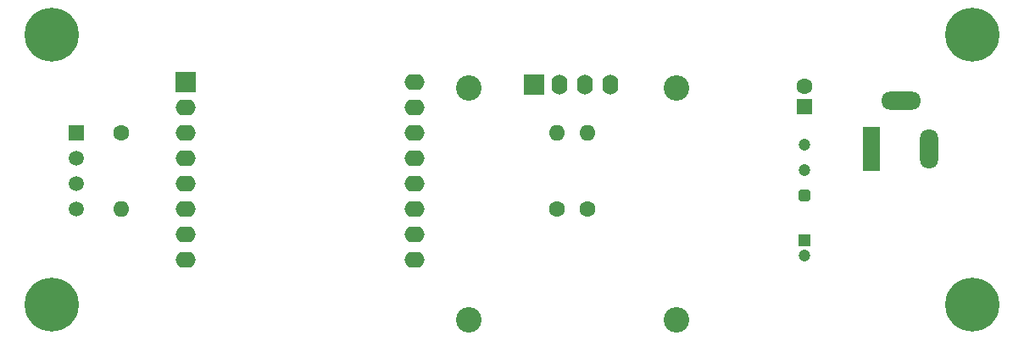
<source format=gbr>
%TF.GenerationSoftware,KiCad,Pcbnew,(6.0.5)*%
%TF.CreationDate,2022-06-04T22:01:23+02:00*%
%TF.ProjectId,SmartHarz-Thermometer,536d6172-7448-4617-927a-2d546865726d,1b1*%
%TF.SameCoordinates,Original*%
%TF.FileFunction,Soldermask,Bot*%
%TF.FilePolarity,Negative*%
%FSLAX46Y46*%
G04 Gerber Fmt 4.6, Leading zero omitted, Abs format (unit mm)*
G04 Created by KiCad (PCBNEW (6.0.5)) date 2022-06-04 22:01:23*
%MOMM*%
%LPD*%
G01*
G04 APERTURE LIST*
G04 Aperture macros list*
%AMRoundRect*
0 Rectangle with rounded corners*
0 $1 Rounding radius*
0 $2 $3 $4 $5 $6 $7 $8 $9 X,Y pos of 4 corners*
0 Add a 4 corners polygon primitive as box body*
4,1,4,$2,$3,$4,$5,$6,$7,$8,$9,$2,$3,0*
0 Add four circle primitives for the rounded corners*
1,1,$1+$1,$2,$3*
1,1,$1+$1,$4,$5*
1,1,$1+$1,$6,$7*
1,1,$1+$1,$8,$9*
0 Add four rect primitives between the rounded corners*
20,1,$1+$1,$2,$3,$4,$5,0*
20,1,$1+$1,$4,$5,$6,$7,0*
20,1,$1+$1,$6,$7,$8,$9,0*
20,1,$1+$1,$8,$9,$2,$3,0*%
G04 Aperture macros list end*
%ADD10R,1.500000X1.500000*%
%ADD11C,1.500000*%
%ADD12R,1.200000X1.200000*%
%ADD13C,1.200000*%
%ADD14C,1.600000*%
%ADD15O,1.600000X1.600000*%
%ADD16RoundRect,0.300000X0.300000X-0.300000X0.300000X0.300000X-0.300000X0.300000X-0.300000X-0.300000X0*%
%ADD17R,1.600000X1.600000*%
%ADD18C,0.800000*%
%ADD19C,5.400000*%
%ADD20C,2.550000*%
%ADD21R,2.000000X2.000000*%
%ADD22O,1.600000X2.000000*%
%ADD23R,1.800000X4.400000*%
%ADD24O,1.800000X4.000000*%
%ADD25O,4.000000X1.800000*%
%ADD26O,2.000000X1.600000*%
G04 APERTURE END LIST*
D10*
%TO.C,U2*%
X96496000Y-83830000D03*
D11*
X96496000Y-86370000D03*
X96496000Y-88910000D03*
X96496000Y-91450000D03*
%TD*%
D12*
%TO.C,C2*%
X169250000Y-94577401D03*
D13*
X169250000Y-96077401D03*
%TD*%
D14*
%TO.C,R2*%
X144502000Y-91450000D03*
D15*
X144502000Y-83830000D03*
%TD*%
D16*
%TO.C,U3*%
X169250000Y-90110000D03*
D13*
X169250000Y-87570000D03*
X169250000Y-85030000D03*
%TD*%
D17*
%TO.C,C1*%
X169250000Y-81180000D03*
D14*
X169250000Y-79180000D03*
%TD*%
D18*
%TO.C,H3*%
X184568109Y-75431891D03*
X187431891Y-72568109D03*
X183975000Y-74000000D03*
X186000000Y-76025000D03*
D19*
X186000000Y-74000000D03*
D18*
X188025000Y-74000000D03*
X184568109Y-72568109D03*
X186000000Y-71975000D03*
X187431891Y-75431891D03*
%TD*%
D14*
%TO.C,R3*%
X147550000Y-91450000D03*
D15*
X147550000Y-83830000D03*
%TD*%
D20*
%TO.C,J2*%
X156416000Y-79354000D03*
X135716000Y-102554000D03*
X156416000Y-102554000D03*
X135716000Y-79354000D03*
D21*
X142216000Y-79004000D03*
D22*
X144756000Y-79004000D03*
X147296000Y-79004000D03*
X149836000Y-79004000D03*
%TD*%
D23*
%TO.C,J1*%
X175900000Y-85400000D03*
D24*
X181700000Y-85400000D03*
D25*
X178900000Y-80600000D03*
%TD*%
D18*
%TO.C,H1*%
X92568109Y-72568109D03*
X94000000Y-71975000D03*
X92568109Y-75431891D03*
X94000000Y-76025000D03*
X96025000Y-74000000D03*
D19*
X94000000Y-74000000D03*
D18*
X91975000Y-74000000D03*
X95431891Y-75431891D03*
X95431891Y-72568109D03*
%TD*%
D21*
%TO.C,U1*%
X107418000Y-78750000D03*
D26*
X107418000Y-81290000D03*
X107418000Y-83830000D03*
X107418000Y-86370000D03*
X107418000Y-88910000D03*
X107418000Y-91450000D03*
X107418000Y-93990000D03*
X107418000Y-96530000D03*
X130278000Y-96530000D03*
X130278000Y-93990000D03*
X130278000Y-91450000D03*
X130278000Y-88910000D03*
X130278000Y-86370000D03*
X130278000Y-83830000D03*
X130278000Y-81290000D03*
X130278000Y-78750000D03*
%TD*%
D18*
%TO.C,H4*%
X184568109Y-102431891D03*
X184568109Y-99568109D03*
X186000000Y-103025000D03*
X187431891Y-99568109D03*
X183975000Y-101000000D03*
X188025000Y-101000000D03*
X186000000Y-98975000D03*
D19*
X186000000Y-101000000D03*
D18*
X187431891Y-102431891D03*
%TD*%
D19*
%TO.C,H2*%
X94000000Y-101000000D03*
D18*
X95431891Y-99568109D03*
X94000000Y-98975000D03*
X95431891Y-102431891D03*
X92568109Y-102431891D03*
X96025000Y-101000000D03*
X92568109Y-99568109D03*
X91975000Y-101000000D03*
X94000000Y-103025000D03*
%TD*%
D14*
%TO.C,R1*%
X101000000Y-83830000D03*
D15*
X101000000Y-91450000D03*
%TD*%
M02*

</source>
